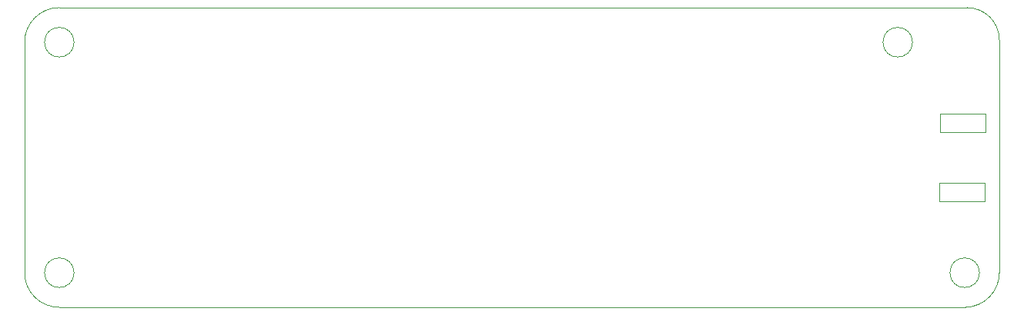
<source format=gbr>
%TF.GenerationSoftware,KiCad,Pcbnew,8.0.1*%
%TF.CreationDate,2025-08-12T22:43:48+02:00*%
%TF.ProjectId,niclas-alarmmelder-pro,6e69636c-6173-42d6-916c-61726d6d656c,rev?*%
%TF.SameCoordinates,Original*%
%TF.FileFunction,Profile,NP*%
%FSLAX46Y46*%
G04 Gerber Fmt 4.6, Leading zero omitted, Abs format (unit mm)*
G04 Created by KiCad (PCBNEW 8.0.1) date 2025-08-12 22:43:48*
%MOMM*%
%LPD*%
G01*
G04 APERTURE LIST*
%TA.AperFunction,Profile*%
%ADD10C,0.050000*%
%TD*%
G04 APERTURE END LIST*
D10*
X81636394Y-46990000D02*
G75*
G02*
X78383606Y-46990000I-1626394J0D01*
G01*
X78383606Y-46990000D02*
G75*
G02*
X81636394Y-46990000I1626394J0D01*
G01*
X76200000Y-46990000D02*
X76200000Y-72390000D01*
X176824000Y-62516000D02*
X181824000Y-62516000D01*
X181824000Y-64516000D01*
X176824000Y-64516000D01*
X176824000Y-62516000D01*
X183389350Y-72390000D02*
G75*
G02*
X179679442Y-76200000I-3811350J0D01*
G01*
X80010000Y-76200000D02*
X179679442Y-76200000D01*
X81636394Y-72390000D02*
G75*
G02*
X78383606Y-72390000I-1626394J0D01*
G01*
X78383606Y-72390000D02*
G75*
G02*
X81636394Y-72390000I1626394J0D01*
G01*
X80010000Y-76200000D02*
G75*
G02*
X76200000Y-72390000I0J3810000D01*
G01*
X179832000Y-43180000D02*
X80010000Y-43180000D01*
X179832000Y-43180000D02*
G75*
G02*
X183388000Y-46736000I0J-3556000D01*
G01*
X173838394Y-46990000D02*
G75*
G02*
X170585606Y-46990000I-1626394J0D01*
G01*
X170585606Y-46990000D02*
G75*
G02*
X173838394Y-46990000I1626394J0D01*
G01*
X76200000Y-46990000D02*
G75*
G02*
X80010000Y-43180000I3810000J0D01*
G01*
X176864000Y-54896000D02*
X181864000Y-54896000D01*
X181864000Y-56896000D01*
X176864000Y-56896000D01*
X176864000Y-54896000D01*
X183389350Y-72390000D02*
X183388000Y-46736000D01*
X181204394Y-72390000D02*
G75*
G02*
X177951606Y-72390000I-1626394J0D01*
G01*
X177951606Y-72390000D02*
G75*
G02*
X181204394Y-72390000I1626394J0D01*
G01*
M02*

</source>
